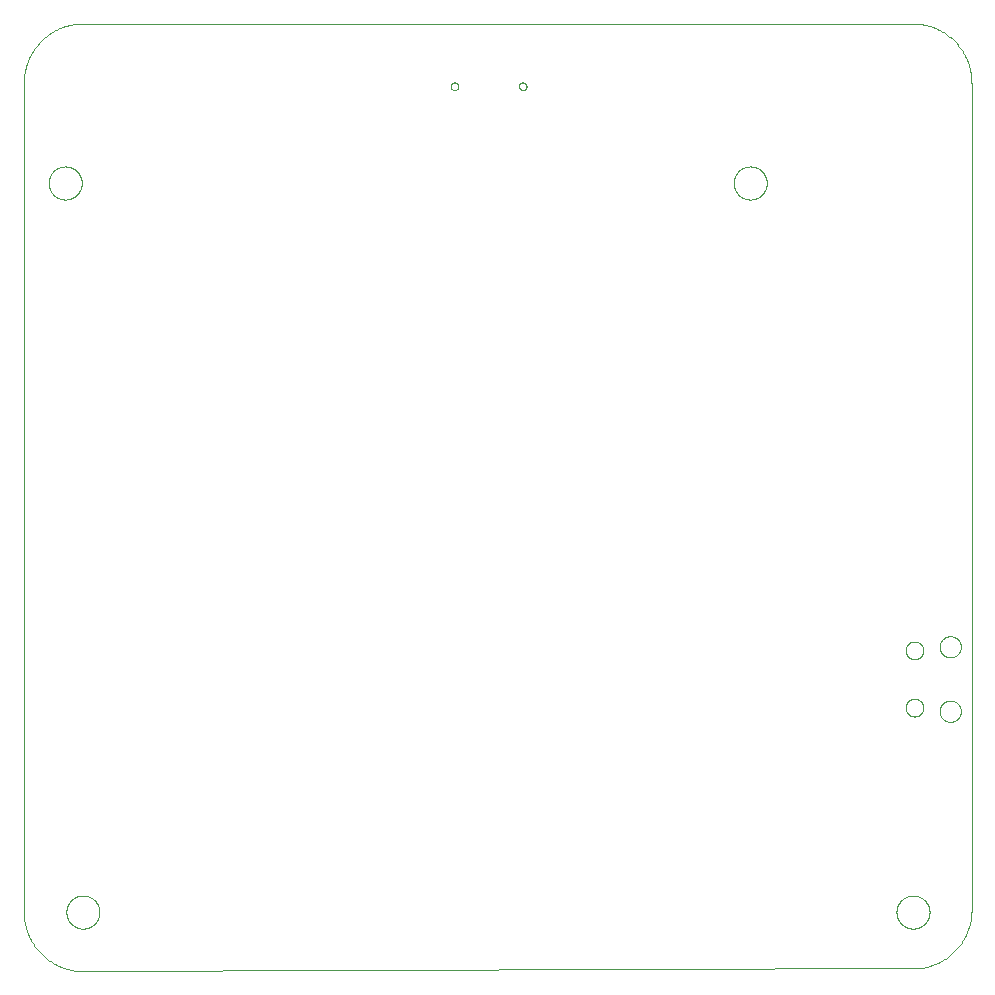
<source format=gko>
G75*
%MOIN*%
%OFA0B0*%
%FSLAX25Y25*%
%IPPOS*%
%LPD*%
%AMOC8*
5,1,8,0,0,1.08239X$1,22.5*
%
%ADD10C,0.00000*%
%ADD11C,0.00100*%
D10*
X0056708Y0022313D02*
X0056710Y0022461D01*
X0056716Y0022609D01*
X0056726Y0022757D01*
X0056740Y0022904D01*
X0056758Y0023051D01*
X0056779Y0023197D01*
X0056805Y0023343D01*
X0056835Y0023488D01*
X0056868Y0023632D01*
X0056906Y0023775D01*
X0056947Y0023917D01*
X0056992Y0024058D01*
X0057040Y0024198D01*
X0057093Y0024337D01*
X0057149Y0024474D01*
X0057209Y0024609D01*
X0057272Y0024743D01*
X0057339Y0024875D01*
X0057410Y0025005D01*
X0057484Y0025133D01*
X0057561Y0025259D01*
X0057642Y0025383D01*
X0057726Y0025505D01*
X0057813Y0025624D01*
X0057904Y0025741D01*
X0057998Y0025856D01*
X0058094Y0025968D01*
X0058194Y0026078D01*
X0058296Y0026184D01*
X0058402Y0026288D01*
X0058510Y0026389D01*
X0058621Y0026487D01*
X0058734Y0026583D01*
X0058850Y0026675D01*
X0058968Y0026764D01*
X0059089Y0026849D01*
X0059212Y0026932D01*
X0059337Y0027011D01*
X0059464Y0027087D01*
X0059593Y0027159D01*
X0059724Y0027228D01*
X0059857Y0027293D01*
X0059992Y0027354D01*
X0060128Y0027412D01*
X0060265Y0027467D01*
X0060404Y0027517D01*
X0060545Y0027564D01*
X0060686Y0027607D01*
X0060829Y0027647D01*
X0060973Y0027682D01*
X0061117Y0027714D01*
X0061263Y0027741D01*
X0061409Y0027765D01*
X0061556Y0027785D01*
X0061703Y0027801D01*
X0061850Y0027813D01*
X0061998Y0027821D01*
X0062146Y0027825D01*
X0062294Y0027825D01*
X0062442Y0027821D01*
X0062590Y0027813D01*
X0062737Y0027801D01*
X0062884Y0027785D01*
X0063031Y0027765D01*
X0063177Y0027741D01*
X0063323Y0027714D01*
X0063467Y0027682D01*
X0063611Y0027647D01*
X0063754Y0027607D01*
X0063895Y0027564D01*
X0064036Y0027517D01*
X0064175Y0027467D01*
X0064312Y0027412D01*
X0064448Y0027354D01*
X0064583Y0027293D01*
X0064716Y0027228D01*
X0064847Y0027159D01*
X0064976Y0027087D01*
X0065103Y0027011D01*
X0065228Y0026932D01*
X0065351Y0026849D01*
X0065472Y0026764D01*
X0065590Y0026675D01*
X0065706Y0026583D01*
X0065819Y0026487D01*
X0065930Y0026389D01*
X0066038Y0026288D01*
X0066144Y0026184D01*
X0066246Y0026078D01*
X0066346Y0025968D01*
X0066442Y0025856D01*
X0066536Y0025741D01*
X0066627Y0025624D01*
X0066714Y0025505D01*
X0066798Y0025383D01*
X0066879Y0025259D01*
X0066956Y0025133D01*
X0067030Y0025005D01*
X0067101Y0024875D01*
X0067168Y0024743D01*
X0067231Y0024609D01*
X0067291Y0024474D01*
X0067347Y0024337D01*
X0067400Y0024198D01*
X0067448Y0024058D01*
X0067493Y0023917D01*
X0067534Y0023775D01*
X0067572Y0023632D01*
X0067605Y0023488D01*
X0067635Y0023343D01*
X0067661Y0023197D01*
X0067682Y0023051D01*
X0067700Y0022904D01*
X0067714Y0022757D01*
X0067724Y0022609D01*
X0067730Y0022461D01*
X0067732Y0022313D01*
X0067730Y0022165D01*
X0067724Y0022017D01*
X0067714Y0021869D01*
X0067700Y0021722D01*
X0067682Y0021575D01*
X0067661Y0021429D01*
X0067635Y0021283D01*
X0067605Y0021138D01*
X0067572Y0020994D01*
X0067534Y0020851D01*
X0067493Y0020709D01*
X0067448Y0020568D01*
X0067400Y0020428D01*
X0067347Y0020289D01*
X0067291Y0020152D01*
X0067231Y0020017D01*
X0067168Y0019883D01*
X0067101Y0019751D01*
X0067030Y0019621D01*
X0066956Y0019493D01*
X0066879Y0019367D01*
X0066798Y0019243D01*
X0066714Y0019121D01*
X0066627Y0019002D01*
X0066536Y0018885D01*
X0066442Y0018770D01*
X0066346Y0018658D01*
X0066246Y0018548D01*
X0066144Y0018442D01*
X0066038Y0018338D01*
X0065930Y0018237D01*
X0065819Y0018139D01*
X0065706Y0018043D01*
X0065590Y0017951D01*
X0065472Y0017862D01*
X0065351Y0017777D01*
X0065228Y0017694D01*
X0065103Y0017615D01*
X0064976Y0017539D01*
X0064847Y0017467D01*
X0064716Y0017398D01*
X0064583Y0017333D01*
X0064448Y0017272D01*
X0064312Y0017214D01*
X0064175Y0017159D01*
X0064036Y0017109D01*
X0063895Y0017062D01*
X0063754Y0017019D01*
X0063611Y0016979D01*
X0063467Y0016944D01*
X0063323Y0016912D01*
X0063177Y0016885D01*
X0063031Y0016861D01*
X0062884Y0016841D01*
X0062737Y0016825D01*
X0062590Y0016813D01*
X0062442Y0016805D01*
X0062294Y0016801D01*
X0062146Y0016801D01*
X0061998Y0016805D01*
X0061850Y0016813D01*
X0061703Y0016825D01*
X0061556Y0016841D01*
X0061409Y0016861D01*
X0061263Y0016885D01*
X0061117Y0016912D01*
X0060973Y0016944D01*
X0060829Y0016979D01*
X0060686Y0017019D01*
X0060545Y0017062D01*
X0060404Y0017109D01*
X0060265Y0017159D01*
X0060128Y0017214D01*
X0059992Y0017272D01*
X0059857Y0017333D01*
X0059724Y0017398D01*
X0059593Y0017467D01*
X0059464Y0017539D01*
X0059337Y0017615D01*
X0059212Y0017694D01*
X0059089Y0017777D01*
X0058968Y0017862D01*
X0058850Y0017951D01*
X0058734Y0018043D01*
X0058621Y0018139D01*
X0058510Y0018237D01*
X0058402Y0018338D01*
X0058296Y0018442D01*
X0058194Y0018548D01*
X0058094Y0018658D01*
X0057998Y0018770D01*
X0057904Y0018885D01*
X0057813Y0019002D01*
X0057726Y0019121D01*
X0057642Y0019243D01*
X0057561Y0019367D01*
X0057484Y0019493D01*
X0057410Y0019621D01*
X0057339Y0019751D01*
X0057272Y0019883D01*
X0057209Y0020017D01*
X0057149Y0020152D01*
X0057093Y0020289D01*
X0057040Y0020428D01*
X0056992Y0020568D01*
X0056947Y0020709D01*
X0056906Y0020851D01*
X0056868Y0020994D01*
X0056835Y0021138D01*
X0056805Y0021283D01*
X0056779Y0021429D01*
X0056758Y0021575D01*
X0056740Y0021722D01*
X0056726Y0021869D01*
X0056716Y0022017D01*
X0056710Y0022165D01*
X0056708Y0022313D01*
X0050802Y0265336D02*
X0050804Y0265484D01*
X0050810Y0265632D01*
X0050820Y0265780D01*
X0050834Y0265927D01*
X0050852Y0266074D01*
X0050873Y0266220D01*
X0050899Y0266366D01*
X0050929Y0266511D01*
X0050962Y0266655D01*
X0051000Y0266798D01*
X0051041Y0266940D01*
X0051086Y0267081D01*
X0051134Y0267221D01*
X0051187Y0267360D01*
X0051243Y0267497D01*
X0051303Y0267632D01*
X0051366Y0267766D01*
X0051433Y0267898D01*
X0051504Y0268028D01*
X0051578Y0268156D01*
X0051655Y0268282D01*
X0051736Y0268406D01*
X0051820Y0268528D01*
X0051907Y0268647D01*
X0051998Y0268764D01*
X0052092Y0268879D01*
X0052188Y0268991D01*
X0052288Y0269101D01*
X0052390Y0269207D01*
X0052496Y0269311D01*
X0052604Y0269412D01*
X0052715Y0269510D01*
X0052828Y0269606D01*
X0052944Y0269698D01*
X0053062Y0269787D01*
X0053183Y0269872D01*
X0053306Y0269955D01*
X0053431Y0270034D01*
X0053558Y0270110D01*
X0053687Y0270182D01*
X0053818Y0270251D01*
X0053951Y0270316D01*
X0054086Y0270377D01*
X0054222Y0270435D01*
X0054359Y0270490D01*
X0054498Y0270540D01*
X0054639Y0270587D01*
X0054780Y0270630D01*
X0054923Y0270670D01*
X0055067Y0270705D01*
X0055211Y0270737D01*
X0055357Y0270764D01*
X0055503Y0270788D01*
X0055650Y0270808D01*
X0055797Y0270824D01*
X0055944Y0270836D01*
X0056092Y0270844D01*
X0056240Y0270848D01*
X0056388Y0270848D01*
X0056536Y0270844D01*
X0056684Y0270836D01*
X0056831Y0270824D01*
X0056978Y0270808D01*
X0057125Y0270788D01*
X0057271Y0270764D01*
X0057417Y0270737D01*
X0057561Y0270705D01*
X0057705Y0270670D01*
X0057848Y0270630D01*
X0057989Y0270587D01*
X0058130Y0270540D01*
X0058269Y0270490D01*
X0058406Y0270435D01*
X0058542Y0270377D01*
X0058677Y0270316D01*
X0058810Y0270251D01*
X0058941Y0270182D01*
X0059070Y0270110D01*
X0059197Y0270034D01*
X0059322Y0269955D01*
X0059445Y0269872D01*
X0059566Y0269787D01*
X0059684Y0269698D01*
X0059800Y0269606D01*
X0059913Y0269510D01*
X0060024Y0269412D01*
X0060132Y0269311D01*
X0060238Y0269207D01*
X0060340Y0269101D01*
X0060440Y0268991D01*
X0060536Y0268879D01*
X0060630Y0268764D01*
X0060721Y0268647D01*
X0060808Y0268528D01*
X0060892Y0268406D01*
X0060973Y0268282D01*
X0061050Y0268156D01*
X0061124Y0268028D01*
X0061195Y0267898D01*
X0061262Y0267766D01*
X0061325Y0267632D01*
X0061385Y0267497D01*
X0061441Y0267360D01*
X0061494Y0267221D01*
X0061542Y0267081D01*
X0061587Y0266940D01*
X0061628Y0266798D01*
X0061666Y0266655D01*
X0061699Y0266511D01*
X0061729Y0266366D01*
X0061755Y0266220D01*
X0061776Y0266074D01*
X0061794Y0265927D01*
X0061808Y0265780D01*
X0061818Y0265632D01*
X0061824Y0265484D01*
X0061826Y0265336D01*
X0061824Y0265188D01*
X0061818Y0265040D01*
X0061808Y0264892D01*
X0061794Y0264745D01*
X0061776Y0264598D01*
X0061755Y0264452D01*
X0061729Y0264306D01*
X0061699Y0264161D01*
X0061666Y0264017D01*
X0061628Y0263874D01*
X0061587Y0263732D01*
X0061542Y0263591D01*
X0061494Y0263451D01*
X0061441Y0263312D01*
X0061385Y0263175D01*
X0061325Y0263040D01*
X0061262Y0262906D01*
X0061195Y0262774D01*
X0061124Y0262644D01*
X0061050Y0262516D01*
X0060973Y0262390D01*
X0060892Y0262266D01*
X0060808Y0262144D01*
X0060721Y0262025D01*
X0060630Y0261908D01*
X0060536Y0261793D01*
X0060440Y0261681D01*
X0060340Y0261571D01*
X0060238Y0261465D01*
X0060132Y0261361D01*
X0060024Y0261260D01*
X0059913Y0261162D01*
X0059800Y0261066D01*
X0059684Y0260974D01*
X0059566Y0260885D01*
X0059445Y0260800D01*
X0059322Y0260717D01*
X0059197Y0260638D01*
X0059070Y0260562D01*
X0058941Y0260490D01*
X0058810Y0260421D01*
X0058677Y0260356D01*
X0058542Y0260295D01*
X0058406Y0260237D01*
X0058269Y0260182D01*
X0058130Y0260132D01*
X0057989Y0260085D01*
X0057848Y0260042D01*
X0057705Y0260002D01*
X0057561Y0259967D01*
X0057417Y0259935D01*
X0057271Y0259908D01*
X0057125Y0259884D01*
X0056978Y0259864D01*
X0056831Y0259848D01*
X0056684Y0259836D01*
X0056536Y0259828D01*
X0056388Y0259824D01*
X0056240Y0259824D01*
X0056092Y0259828D01*
X0055944Y0259836D01*
X0055797Y0259848D01*
X0055650Y0259864D01*
X0055503Y0259884D01*
X0055357Y0259908D01*
X0055211Y0259935D01*
X0055067Y0259967D01*
X0054923Y0260002D01*
X0054780Y0260042D01*
X0054639Y0260085D01*
X0054498Y0260132D01*
X0054359Y0260182D01*
X0054222Y0260237D01*
X0054086Y0260295D01*
X0053951Y0260356D01*
X0053818Y0260421D01*
X0053687Y0260490D01*
X0053558Y0260562D01*
X0053431Y0260638D01*
X0053306Y0260717D01*
X0053183Y0260800D01*
X0053062Y0260885D01*
X0052944Y0260974D01*
X0052828Y0261066D01*
X0052715Y0261162D01*
X0052604Y0261260D01*
X0052496Y0261361D01*
X0052390Y0261465D01*
X0052288Y0261571D01*
X0052188Y0261681D01*
X0052092Y0261793D01*
X0051998Y0261908D01*
X0051907Y0262025D01*
X0051820Y0262144D01*
X0051736Y0262266D01*
X0051655Y0262390D01*
X0051578Y0262516D01*
X0051504Y0262644D01*
X0051433Y0262774D01*
X0051366Y0262906D01*
X0051303Y0263040D01*
X0051243Y0263175D01*
X0051187Y0263312D01*
X0051134Y0263451D01*
X0051086Y0263591D01*
X0051041Y0263732D01*
X0051000Y0263874D01*
X0050962Y0264017D01*
X0050929Y0264161D01*
X0050899Y0264306D01*
X0050873Y0264452D01*
X0050852Y0264598D01*
X0050834Y0264745D01*
X0050820Y0264892D01*
X0050810Y0265040D01*
X0050804Y0265188D01*
X0050802Y0265336D01*
X0184777Y0297589D02*
X0184779Y0297660D01*
X0184785Y0297731D01*
X0184795Y0297802D01*
X0184809Y0297871D01*
X0184826Y0297940D01*
X0184848Y0298008D01*
X0184873Y0298075D01*
X0184902Y0298140D01*
X0184934Y0298203D01*
X0184970Y0298265D01*
X0185009Y0298324D01*
X0185052Y0298381D01*
X0185097Y0298436D01*
X0185146Y0298488D01*
X0185197Y0298537D01*
X0185251Y0298583D01*
X0185308Y0298627D01*
X0185366Y0298667D01*
X0185427Y0298703D01*
X0185490Y0298737D01*
X0185555Y0298766D01*
X0185621Y0298792D01*
X0185689Y0298815D01*
X0185757Y0298833D01*
X0185827Y0298848D01*
X0185897Y0298859D01*
X0185968Y0298866D01*
X0186039Y0298869D01*
X0186110Y0298868D01*
X0186181Y0298863D01*
X0186252Y0298854D01*
X0186322Y0298841D01*
X0186391Y0298825D01*
X0186459Y0298804D01*
X0186526Y0298780D01*
X0186592Y0298752D01*
X0186655Y0298720D01*
X0186717Y0298685D01*
X0186777Y0298647D01*
X0186835Y0298605D01*
X0186890Y0298561D01*
X0186943Y0298513D01*
X0186993Y0298462D01*
X0187040Y0298409D01*
X0187084Y0298353D01*
X0187125Y0298295D01*
X0187163Y0298234D01*
X0187197Y0298172D01*
X0187227Y0298107D01*
X0187254Y0298042D01*
X0187278Y0297974D01*
X0187297Y0297906D01*
X0187313Y0297837D01*
X0187325Y0297766D01*
X0187333Y0297696D01*
X0187337Y0297625D01*
X0187337Y0297553D01*
X0187333Y0297482D01*
X0187325Y0297412D01*
X0187313Y0297341D01*
X0187297Y0297272D01*
X0187278Y0297204D01*
X0187254Y0297136D01*
X0187227Y0297071D01*
X0187197Y0297006D01*
X0187163Y0296944D01*
X0187125Y0296883D01*
X0187084Y0296825D01*
X0187040Y0296769D01*
X0186993Y0296716D01*
X0186943Y0296665D01*
X0186890Y0296617D01*
X0186835Y0296573D01*
X0186777Y0296531D01*
X0186717Y0296493D01*
X0186655Y0296458D01*
X0186592Y0296426D01*
X0186526Y0296398D01*
X0186459Y0296374D01*
X0186391Y0296353D01*
X0186322Y0296337D01*
X0186252Y0296324D01*
X0186181Y0296315D01*
X0186110Y0296310D01*
X0186039Y0296309D01*
X0185968Y0296312D01*
X0185897Y0296319D01*
X0185827Y0296330D01*
X0185757Y0296345D01*
X0185689Y0296363D01*
X0185621Y0296386D01*
X0185555Y0296412D01*
X0185490Y0296441D01*
X0185427Y0296475D01*
X0185366Y0296511D01*
X0185308Y0296551D01*
X0185251Y0296595D01*
X0185197Y0296641D01*
X0185146Y0296690D01*
X0185097Y0296742D01*
X0185052Y0296797D01*
X0185009Y0296854D01*
X0184970Y0296913D01*
X0184934Y0296975D01*
X0184902Y0297038D01*
X0184873Y0297103D01*
X0184848Y0297170D01*
X0184826Y0297238D01*
X0184809Y0297307D01*
X0184795Y0297376D01*
X0184785Y0297447D01*
X0184779Y0297518D01*
X0184777Y0297589D01*
X0207533Y0297589D02*
X0207535Y0297660D01*
X0207541Y0297731D01*
X0207551Y0297802D01*
X0207565Y0297871D01*
X0207582Y0297940D01*
X0207604Y0298008D01*
X0207629Y0298075D01*
X0207658Y0298140D01*
X0207690Y0298203D01*
X0207726Y0298265D01*
X0207765Y0298324D01*
X0207808Y0298381D01*
X0207853Y0298436D01*
X0207902Y0298488D01*
X0207953Y0298537D01*
X0208007Y0298583D01*
X0208064Y0298627D01*
X0208122Y0298667D01*
X0208183Y0298703D01*
X0208246Y0298737D01*
X0208311Y0298766D01*
X0208377Y0298792D01*
X0208445Y0298815D01*
X0208513Y0298833D01*
X0208583Y0298848D01*
X0208653Y0298859D01*
X0208724Y0298866D01*
X0208795Y0298869D01*
X0208866Y0298868D01*
X0208937Y0298863D01*
X0209008Y0298854D01*
X0209078Y0298841D01*
X0209147Y0298825D01*
X0209215Y0298804D01*
X0209282Y0298780D01*
X0209348Y0298752D01*
X0209411Y0298720D01*
X0209473Y0298685D01*
X0209533Y0298647D01*
X0209591Y0298605D01*
X0209646Y0298561D01*
X0209699Y0298513D01*
X0209749Y0298462D01*
X0209796Y0298409D01*
X0209840Y0298353D01*
X0209881Y0298295D01*
X0209919Y0298234D01*
X0209953Y0298172D01*
X0209983Y0298107D01*
X0210010Y0298042D01*
X0210034Y0297974D01*
X0210053Y0297906D01*
X0210069Y0297837D01*
X0210081Y0297766D01*
X0210089Y0297696D01*
X0210093Y0297625D01*
X0210093Y0297553D01*
X0210089Y0297482D01*
X0210081Y0297412D01*
X0210069Y0297341D01*
X0210053Y0297272D01*
X0210034Y0297204D01*
X0210010Y0297136D01*
X0209983Y0297071D01*
X0209953Y0297006D01*
X0209919Y0296944D01*
X0209881Y0296883D01*
X0209840Y0296825D01*
X0209796Y0296769D01*
X0209749Y0296716D01*
X0209699Y0296665D01*
X0209646Y0296617D01*
X0209591Y0296573D01*
X0209533Y0296531D01*
X0209473Y0296493D01*
X0209411Y0296458D01*
X0209348Y0296426D01*
X0209282Y0296398D01*
X0209215Y0296374D01*
X0209147Y0296353D01*
X0209078Y0296337D01*
X0209008Y0296324D01*
X0208937Y0296315D01*
X0208866Y0296310D01*
X0208795Y0296309D01*
X0208724Y0296312D01*
X0208653Y0296319D01*
X0208583Y0296330D01*
X0208513Y0296345D01*
X0208445Y0296363D01*
X0208377Y0296386D01*
X0208311Y0296412D01*
X0208246Y0296441D01*
X0208183Y0296475D01*
X0208122Y0296511D01*
X0208064Y0296551D01*
X0208007Y0296595D01*
X0207953Y0296641D01*
X0207902Y0296690D01*
X0207853Y0296742D01*
X0207808Y0296797D01*
X0207765Y0296854D01*
X0207726Y0296913D01*
X0207690Y0296975D01*
X0207658Y0297038D01*
X0207629Y0297103D01*
X0207604Y0297170D01*
X0207582Y0297238D01*
X0207565Y0297307D01*
X0207551Y0297376D01*
X0207541Y0297447D01*
X0207535Y0297518D01*
X0207533Y0297589D01*
X0279149Y0265336D02*
X0279151Y0265484D01*
X0279157Y0265632D01*
X0279167Y0265780D01*
X0279181Y0265927D01*
X0279199Y0266074D01*
X0279220Y0266220D01*
X0279246Y0266366D01*
X0279276Y0266511D01*
X0279309Y0266655D01*
X0279347Y0266798D01*
X0279388Y0266940D01*
X0279433Y0267081D01*
X0279481Y0267221D01*
X0279534Y0267360D01*
X0279590Y0267497D01*
X0279650Y0267632D01*
X0279713Y0267766D01*
X0279780Y0267898D01*
X0279851Y0268028D01*
X0279925Y0268156D01*
X0280002Y0268282D01*
X0280083Y0268406D01*
X0280167Y0268528D01*
X0280254Y0268647D01*
X0280345Y0268764D01*
X0280439Y0268879D01*
X0280535Y0268991D01*
X0280635Y0269101D01*
X0280737Y0269207D01*
X0280843Y0269311D01*
X0280951Y0269412D01*
X0281062Y0269510D01*
X0281175Y0269606D01*
X0281291Y0269698D01*
X0281409Y0269787D01*
X0281530Y0269872D01*
X0281653Y0269955D01*
X0281778Y0270034D01*
X0281905Y0270110D01*
X0282034Y0270182D01*
X0282165Y0270251D01*
X0282298Y0270316D01*
X0282433Y0270377D01*
X0282569Y0270435D01*
X0282706Y0270490D01*
X0282845Y0270540D01*
X0282986Y0270587D01*
X0283127Y0270630D01*
X0283270Y0270670D01*
X0283414Y0270705D01*
X0283558Y0270737D01*
X0283704Y0270764D01*
X0283850Y0270788D01*
X0283997Y0270808D01*
X0284144Y0270824D01*
X0284291Y0270836D01*
X0284439Y0270844D01*
X0284587Y0270848D01*
X0284735Y0270848D01*
X0284883Y0270844D01*
X0285031Y0270836D01*
X0285178Y0270824D01*
X0285325Y0270808D01*
X0285472Y0270788D01*
X0285618Y0270764D01*
X0285764Y0270737D01*
X0285908Y0270705D01*
X0286052Y0270670D01*
X0286195Y0270630D01*
X0286336Y0270587D01*
X0286477Y0270540D01*
X0286616Y0270490D01*
X0286753Y0270435D01*
X0286889Y0270377D01*
X0287024Y0270316D01*
X0287157Y0270251D01*
X0287288Y0270182D01*
X0287417Y0270110D01*
X0287544Y0270034D01*
X0287669Y0269955D01*
X0287792Y0269872D01*
X0287913Y0269787D01*
X0288031Y0269698D01*
X0288147Y0269606D01*
X0288260Y0269510D01*
X0288371Y0269412D01*
X0288479Y0269311D01*
X0288585Y0269207D01*
X0288687Y0269101D01*
X0288787Y0268991D01*
X0288883Y0268879D01*
X0288977Y0268764D01*
X0289068Y0268647D01*
X0289155Y0268528D01*
X0289239Y0268406D01*
X0289320Y0268282D01*
X0289397Y0268156D01*
X0289471Y0268028D01*
X0289542Y0267898D01*
X0289609Y0267766D01*
X0289672Y0267632D01*
X0289732Y0267497D01*
X0289788Y0267360D01*
X0289841Y0267221D01*
X0289889Y0267081D01*
X0289934Y0266940D01*
X0289975Y0266798D01*
X0290013Y0266655D01*
X0290046Y0266511D01*
X0290076Y0266366D01*
X0290102Y0266220D01*
X0290123Y0266074D01*
X0290141Y0265927D01*
X0290155Y0265780D01*
X0290165Y0265632D01*
X0290171Y0265484D01*
X0290173Y0265336D01*
X0290171Y0265188D01*
X0290165Y0265040D01*
X0290155Y0264892D01*
X0290141Y0264745D01*
X0290123Y0264598D01*
X0290102Y0264452D01*
X0290076Y0264306D01*
X0290046Y0264161D01*
X0290013Y0264017D01*
X0289975Y0263874D01*
X0289934Y0263732D01*
X0289889Y0263591D01*
X0289841Y0263451D01*
X0289788Y0263312D01*
X0289732Y0263175D01*
X0289672Y0263040D01*
X0289609Y0262906D01*
X0289542Y0262774D01*
X0289471Y0262644D01*
X0289397Y0262516D01*
X0289320Y0262390D01*
X0289239Y0262266D01*
X0289155Y0262144D01*
X0289068Y0262025D01*
X0288977Y0261908D01*
X0288883Y0261793D01*
X0288787Y0261681D01*
X0288687Y0261571D01*
X0288585Y0261465D01*
X0288479Y0261361D01*
X0288371Y0261260D01*
X0288260Y0261162D01*
X0288147Y0261066D01*
X0288031Y0260974D01*
X0287913Y0260885D01*
X0287792Y0260800D01*
X0287669Y0260717D01*
X0287544Y0260638D01*
X0287417Y0260562D01*
X0287288Y0260490D01*
X0287157Y0260421D01*
X0287024Y0260356D01*
X0286889Y0260295D01*
X0286753Y0260237D01*
X0286616Y0260182D01*
X0286477Y0260132D01*
X0286336Y0260085D01*
X0286195Y0260042D01*
X0286052Y0260002D01*
X0285908Y0259967D01*
X0285764Y0259935D01*
X0285618Y0259908D01*
X0285472Y0259884D01*
X0285325Y0259864D01*
X0285178Y0259848D01*
X0285031Y0259836D01*
X0284883Y0259828D01*
X0284735Y0259824D01*
X0284587Y0259824D01*
X0284439Y0259828D01*
X0284291Y0259836D01*
X0284144Y0259848D01*
X0283997Y0259864D01*
X0283850Y0259884D01*
X0283704Y0259908D01*
X0283558Y0259935D01*
X0283414Y0259967D01*
X0283270Y0260002D01*
X0283127Y0260042D01*
X0282986Y0260085D01*
X0282845Y0260132D01*
X0282706Y0260182D01*
X0282569Y0260237D01*
X0282433Y0260295D01*
X0282298Y0260356D01*
X0282165Y0260421D01*
X0282034Y0260490D01*
X0281905Y0260562D01*
X0281778Y0260638D01*
X0281653Y0260717D01*
X0281530Y0260800D01*
X0281409Y0260885D01*
X0281291Y0260974D01*
X0281175Y0261066D01*
X0281062Y0261162D01*
X0280951Y0261260D01*
X0280843Y0261361D01*
X0280737Y0261465D01*
X0280635Y0261571D01*
X0280535Y0261681D01*
X0280439Y0261793D01*
X0280345Y0261908D01*
X0280254Y0262025D01*
X0280167Y0262144D01*
X0280083Y0262266D01*
X0280002Y0262390D01*
X0279925Y0262516D01*
X0279851Y0262644D01*
X0279780Y0262774D01*
X0279713Y0262906D01*
X0279650Y0263040D01*
X0279590Y0263175D01*
X0279534Y0263312D01*
X0279481Y0263451D01*
X0279433Y0263591D01*
X0279388Y0263732D01*
X0279347Y0263874D01*
X0279309Y0264017D01*
X0279276Y0264161D01*
X0279246Y0264306D01*
X0279220Y0264452D01*
X0279199Y0264598D01*
X0279181Y0264745D01*
X0279167Y0264892D01*
X0279157Y0265040D01*
X0279151Y0265188D01*
X0279149Y0265336D01*
X0336441Y0109547D02*
X0336443Y0109655D01*
X0336449Y0109764D01*
X0336459Y0109872D01*
X0336473Y0109979D01*
X0336491Y0110086D01*
X0336512Y0110193D01*
X0336538Y0110298D01*
X0336568Y0110403D01*
X0336601Y0110506D01*
X0336638Y0110608D01*
X0336679Y0110708D01*
X0336723Y0110807D01*
X0336772Y0110905D01*
X0336823Y0111000D01*
X0336878Y0111093D01*
X0336937Y0111185D01*
X0336999Y0111274D01*
X0337064Y0111361D01*
X0337132Y0111445D01*
X0337203Y0111527D01*
X0337277Y0111606D01*
X0337354Y0111682D01*
X0337434Y0111756D01*
X0337517Y0111826D01*
X0337602Y0111894D01*
X0337689Y0111958D01*
X0337779Y0112019D01*
X0337871Y0112077D01*
X0337965Y0112131D01*
X0338061Y0112182D01*
X0338158Y0112229D01*
X0338258Y0112273D01*
X0338359Y0112313D01*
X0338461Y0112349D01*
X0338564Y0112381D01*
X0338669Y0112410D01*
X0338775Y0112434D01*
X0338881Y0112455D01*
X0338988Y0112472D01*
X0339096Y0112485D01*
X0339204Y0112494D01*
X0339313Y0112499D01*
X0339421Y0112500D01*
X0339530Y0112497D01*
X0339638Y0112490D01*
X0339746Y0112479D01*
X0339853Y0112464D01*
X0339960Y0112445D01*
X0340066Y0112422D01*
X0340171Y0112396D01*
X0340276Y0112365D01*
X0340378Y0112331D01*
X0340480Y0112293D01*
X0340580Y0112251D01*
X0340679Y0112206D01*
X0340776Y0112157D01*
X0340870Y0112104D01*
X0340963Y0112048D01*
X0341054Y0111989D01*
X0341143Y0111926D01*
X0341229Y0111861D01*
X0341313Y0111792D01*
X0341394Y0111720D01*
X0341472Y0111645D01*
X0341548Y0111567D01*
X0341621Y0111486D01*
X0341691Y0111403D01*
X0341757Y0111318D01*
X0341821Y0111230D01*
X0341881Y0111139D01*
X0341938Y0111047D01*
X0341991Y0110952D01*
X0342041Y0110856D01*
X0342087Y0110758D01*
X0342130Y0110658D01*
X0342169Y0110557D01*
X0342204Y0110454D01*
X0342236Y0110351D01*
X0342263Y0110246D01*
X0342287Y0110140D01*
X0342307Y0110033D01*
X0342323Y0109926D01*
X0342335Y0109818D01*
X0342343Y0109710D01*
X0342347Y0109601D01*
X0342347Y0109493D01*
X0342343Y0109384D01*
X0342335Y0109276D01*
X0342323Y0109168D01*
X0342307Y0109061D01*
X0342287Y0108954D01*
X0342263Y0108848D01*
X0342236Y0108743D01*
X0342204Y0108640D01*
X0342169Y0108537D01*
X0342130Y0108436D01*
X0342087Y0108336D01*
X0342041Y0108238D01*
X0341991Y0108142D01*
X0341938Y0108047D01*
X0341881Y0107955D01*
X0341821Y0107864D01*
X0341757Y0107776D01*
X0341691Y0107691D01*
X0341621Y0107608D01*
X0341548Y0107527D01*
X0341472Y0107449D01*
X0341394Y0107374D01*
X0341313Y0107302D01*
X0341229Y0107233D01*
X0341143Y0107168D01*
X0341054Y0107105D01*
X0340963Y0107046D01*
X0340871Y0106990D01*
X0340776Y0106937D01*
X0340679Y0106888D01*
X0340580Y0106843D01*
X0340480Y0106801D01*
X0340378Y0106763D01*
X0340276Y0106729D01*
X0340171Y0106698D01*
X0340066Y0106672D01*
X0339960Y0106649D01*
X0339853Y0106630D01*
X0339746Y0106615D01*
X0339638Y0106604D01*
X0339530Y0106597D01*
X0339421Y0106594D01*
X0339313Y0106595D01*
X0339204Y0106600D01*
X0339096Y0106609D01*
X0338988Y0106622D01*
X0338881Y0106639D01*
X0338775Y0106660D01*
X0338669Y0106684D01*
X0338564Y0106713D01*
X0338461Y0106745D01*
X0338359Y0106781D01*
X0338258Y0106821D01*
X0338158Y0106865D01*
X0338061Y0106912D01*
X0337965Y0106963D01*
X0337871Y0107017D01*
X0337779Y0107075D01*
X0337689Y0107136D01*
X0337602Y0107200D01*
X0337517Y0107268D01*
X0337434Y0107338D01*
X0337354Y0107412D01*
X0337277Y0107488D01*
X0337203Y0107567D01*
X0337132Y0107649D01*
X0337064Y0107733D01*
X0336999Y0107820D01*
X0336937Y0107909D01*
X0336878Y0108001D01*
X0336823Y0108094D01*
X0336772Y0108189D01*
X0336723Y0108287D01*
X0336679Y0108386D01*
X0336638Y0108486D01*
X0336601Y0108588D01*
X0336568Y0108691D01*
X0336538Y0108796D01*
X0336512Y0108901D01*
X0336491Y0109008D01*
X0336473Y0109115D01*
X0336459Y0109222D01*
X0336449Y0109330D01*
X0336443Y0109439D01*
X0336441Y0109547D01*
X0347780Y0110728D02*
X0347782Y0110846D01*
X0347788Y0110965D01*
X0347798Y0111083D01*
X0347812Y0111200D01*
X0347829Y0111317D01*
X0347851Y0111434D01*
X0347877Y0111549D01*
X0347906Y0111664D01*
X0347939Y0111778D01*
X0347976Y0111890D01*
X0348017Y0112001D01*
X0348061Y0112111D01*
X0348109Y0112219D01*
X0348161Y0112326D01*
X0348216Y0112431D01*
X0348275Y0112534D01*
X0348337Y0112634D01*
X0348402Y0112733D01*
X0348471Y0112830D01*
X0348542Y0112924D01*
X0348617Y0113015D01*
X0348695Y0113105D01*
X0348776Y0113191D01*
X0348860Y0113275D01*
X0348946Y0113356D01*
X0349036Y0113434D01*
X0349127Y0113509D01*
X0349221Y0113580D01*
X0349318Y0113649D01*
X0349417Y0113714D01*
X0349517Y0113776D01*
X0349620Y0113835D01*
X0349725Y0113890D01*
X0349832Y0113942D01*
X0349940Y0113990D01*
X0350050Y0114034D01*
X0350161Y0114075D01*
X0350273Y0114112D01*
X0350387Y0114145D01*
X0350502Y0114174D01*
X0350617Y0114200D01*
X0350734Y0114222D01*
X0350851Y0114239D01*
X0350968Y0114253D01*
X0351086Y0114263D01*
X0351205Y0114269D01*
X0351323Y0114271D01*
X0351441Y0114269D01*
X0351560Y0114263D01*
X0351678Y0114253D01*
X0351795Y0114239D01*
X0351912Y0114222D01*
X0352029Y0114200D01*
X0352144Y0114174D01*
X0352259Y0114145D01*
X0352373Y0114112D01*
X0352485Y0114075D01*
X0352596Y0114034D01*
X0352706Y0113990D01*
X0352814Y0113942D01*
X0352921Y0113890D01*
X0353026Y0113835D01*
X0353129Y0113776D01*
X0353229Y0113714D01*
X0353328Y0113649D01*
X0353425Y0113580D01*
X0353519Y0113509D01*
X0353610Y0113434D01*
X0353700Y0113356D01*
X0353786Y0113275D01*
X0353870Y0113191D01*
X0353951Y0113105D01*
X0354029Y0113015D01*
X0354104Y0112924D01*
X0354175Y0112830D01*
X0354244Y0112733D01*
X0354309Y0112634D01*
X0354371Y0112534D01*
X0354430Y0112431D01*
X0354485Y0112326D01*
X0354537Y0112219D01*
X0354585Y0112111D01*
X0354629Y0112001D01*
X0354670Y0111890D01*
X0354707Y0111778D01*
X0354740Y0111664D01*
X0354769Y0111549D01*
X0354795Y0111434D01*
X0354817Y0111317D01*
X0354834Y0111200D01*
X0354848Y0111083D01*
X0354858Y0110965D01*
X0354864Y0110846D01*
X0354866Y0110728D01*
X0354864Y0110610D01*
X0354858Y0110491D01*
X0354848Y0110373D01*
X0354834Y0110256D01*
X0354817Y0110139D01*
X0354795Y0110022D01*
X0354769Y0109907D01*
X0354740Y0109792D01*
X0354707Y0109678D01*
X0354670Y0109566D01*
X0354629Y0109455D01*
X0354585Y0109345D01*
X0354537Y0109237D01*
X0354485Y0109130D01*
X0354430Y0109025D01*
X0354371Y0108922D01*
X0354309Y0108822D01*
X0354244Y0108723D01*
X0354175Y0108626D01*
X0354104Y0108532D01*
X0354029Y0108441D01*
X0353951Y0108351D01*
X0353870Y0108265D01*
X0353786Y0108181D01*
X0353700Y0108100D01*
X0353610Y0108022D01*
X0353519Y0107947D01*
X0353425Y0107876D01*
X0353328Y0107807D01*
X0353229Y0107742D01*
X0353129Y0107680D01*
X0353026Y0107621D01*
X0352921Y0107566D01*
X0352814Y0107514D01*
X0352706Y0107466D01*
X0352596Y0107422D01*
X0352485Y0107381D01*
X0352373Y0107344D01*
X0352259Y0107311D01*
X0352144Y0107282D01*
X0352029Y0107256D01*
X0351912Y0107234D01*
X0351795Y0107217D01*
X0351678Y0107203D01*
X0351560Y0107193D01*
X0351441Y0107187D01*
X0351323Y0107185D01*
X0351205Y0107187D01*
X0351086Y0107193D01*
X0350968Y0107203D01*
X0350851Y0107217D01*
X0350734Y0107234D01*
X0350617Y0107256D01*
X0350502Y0107282D01*
X0350387Y0107311D01*
X0350273Y0107344D01*
X0350161Y0107381D01*
X0350050Y0107422D01*
X0349940Y0107466D01*
X0349832Y0107514D01*
X0349725Y0107566D01*
X0349620Y0107621D01*
X0349517Y0107680D01*
X0349417Y0107742D01*
X0349318Y0107807D01*
X0349221Y0107876D01*
X0349127Y0107947D01*
X0349036Y0108022D01*
X0348946Y0108100D01*
X0348860Y0108181D01*
X0348776Y0108265D01*
X0348695Y0108351D01*
X0348617Y0108441D01*
X0348542Y0108532D01*
X0348471Y0108626D01*
X0348402Y0108723D01*
X0348337Y0108822D01*
X0348275Y0108922D01*
X0348216Y0109025D01*
X0348161Y0109130D01*
X0348109Y0109237D01*
X0348061Y0109345D01*
X0348017Y0109455D01*
X0347976Y0109566D01*
X0347939Y0109678D01*
X0347906Y0109792D01*
X0347877Y0109907D01*
X0347851Y0110022D01*
X0347829Y0110139D01*
X0347812Y0110256D01*
X0347798Y0110373D01*
X0347788Y0110491D01*
X0347782Y0110610D01*
X0347780Y0110728D01*
X0336441Y0090453D02*
X0336443Y0090561D01*
X0336449Y0090670D01*
X0336459Y0090778D01*
X0336473Y0090885D01*
X0336491Y0090992D01*
X0336512Y0091099D01*
X0336538Y0091204D01*
X0336568Y0091309D01*
X0336601Y0091412D01*
X0336638Y0091514D01*
X0336679Y0091614D01*
X0336723Y0091713D01*
X0336772Y0091811D01*
X0336823Y0091906D01*
X0336878Y0091999D01*
X0336937Y0092091D01*
X0336999Y0092180D01*
X0337064Y0092267D01*
X0337132Y0092351D01*
X0337203Y0092433D01*
X0337277Y0092512D01*
X0337354Y0092588D01*
X0337434Y0092662D01*
X0337517Y0092732D01*
X0337602Y0092800D01*
X0337689Y0092864D01*
X0337779Y0092925D01*
X0337871Y0092983D01*
X0337965Y0093037D01*
X0338061Y0093088D01*
X0338158Y0093135D01*
X0338258Y0093179D01*
X0338359Y0093219D01*
X0338461Y0093255D01*
X0338564Y0093287D01*
X0338669Y0093316D01*
X0338775Y0093340D01*
X0338881Y0093361D01*
X0338988Y0093378D01*
X0339096Y0093391D01*
X0339204Y0093400D01*
X0339313Y0093405D01*
X0339421Y0093406D01*
X0339530Y0093403D01*
X0339638Y0093396D01*
X0339746Y0093385D01*
X0339853Y0093370D01*
X0339960Y0093351D01*
X0340066Y0093328D01*
X0340171Y0093302D01*
X0340276Y0093271D01*
X0340378Y0093237D01*
X0340480Y0093199D01*
X0340580Y0093157D01*
X0340679Y0093112D01*
X0340776Y0093063D01*
X0340870Y0093010D01*
X0340963Y0092954D01*
X0341054Y0092895D01*
X0341143Y0092832D01*
X0341229Y0092767D01*
X0341313Y0092698D01*
X0341394Y0092626D01*
X0341472Y0092551D01*
X0341548Y0092473D01*
X0341621Y0092392D01*
X0341691Y0092309D01*
X0341757Y0092224D01*
X0341821Y0092136D01*
X0341881Y0092045D01*
X0341938Y0091953D01*
X0341991Y0091858D01*
X0342041Y0091762D01*
X0342087Y0091664D01*
X0342130Y0091564D01*
X0342169Y0091463D01*
X0342204Y0091360D01*
X0342236Y0091257D01*
X0342263Y0091152D01*
X0342287Y0091046D01*
X0342307Y0090939D01*
X0342323Y0090832D01*
X0342335Y0090724D01*
X0342343Y0090616D01*
X0342347Y0090507D01*
X0342347Y0090399D01*
X0342343Y0090290D01*
X0342335Y0090182D01*
X0342323Y0090074D01*
X0342307Y0089967D01*
X0342287Y0089860D01*
X0342263Y0089754D01*
X0342236Y0089649D01*
X0342204Y0089546D01*
X0342169Y0089443D01*
X0342130Y0089342D01*
X0342087Y0089242D01*
X0342041Y0089144D01*
X0341991Y0089048D01*
X0341938Y0088953D01*
X0341881Y0088861D01*
X0341821Y0088770D01*
X0341757Y0088682D01*
X0341691Y0088597D01*
X0341621Y0088514D01*
X0341548Y0088433D01*
X0341472Y0088355D01*
X0341394Y0088280D01*
X0341313Y0088208D01*
X0341229Y0088139D01*
X0341143Y0088074D01*
X0341054Y0088011D01*
X0340963Y0087952D01*
X0340871Y0087896D01*
X0340776Y0087843D01*
X0340679Y0087794D01*
X0340580Y0087749D01*
X0340480Y0087707D01*
X0340378Y0087669D01*
X0340276Y0087635D01*
X0340171Y0087604D01*
X0340066Y0087578D01*
X0339960Y0087555D01*
X0339853Y0087536D01*
X0339746Y0087521D01*
X0339638Y0087510D01*
X0339530Y0087503D01*
X0339421Y0087500D01*
X0339313Y0087501D01*
X0339204Y0087506D01*
X0339096Y0087515D01*
X0338988Y0087528D01*
X0338881Y0087545D01*
X0338775Y0087566D01*
X0338669Y0087590D01*
X0338564Y0087619D01*
X0338461Y0087651D01*
X0338359Y0087687D01*
X0338258Y0087727D01*
X0338158Y0087771D01*
X0338061Y0087818D01*
X0337965Y0087869D01*
X0337871Y0087923D01*
X0337779Y0087981D01*
X0337689Y0088042D01*
X0337602Y0088106D01*
X0337517Y0088174D01*
X0337434Y0088244D01*
X0337354Y0088318D01*
X0337277Y0088394D01*
X0337203Y0088473D01*
X0337132Y0088555D01*
X0337064Y0088639D01*
X0336999Y0088726D01*
X0336937Y0088815D01*
X0336878Y0088907D01*
X0336823Y0089000D01*
X0336772Y0089095D01*
X0336723Y0089193D01*
X0336679Y0089292D01*
X0336638Y0089392D01*
X0336601Y0089494D01*
X0336568Y0089597D01*
X0336538Y0089702D01*
X0336512Y0089807D01*
X0336491Y0089914D01*
X0336473Y0090021D01*
X0336459Y0090128D01*
X0336449Y0090236D01*
X0336443Y0090345D01*
X0336441Y0090453D01*
X0347780Y0089272D02*
X0347782Y0089390D01*
X0347788Y0089509D01*
X0347798Y0089627D01*
X0347812Y0089744D01*
X0347829Y0089861D01*
X0347851Y0089978D01*
X0347877Y0090093D01*
X0347906Y0090208D01*
X0347939Y0090322D01*
X0347976Y0090434D01*
X0348017Y0090545D01*
X0348061Y0090655D01*
X0348109Y0090763D01*
X0348161Y0090870D01*
X0348216Y0090975D01*
X0348275Y0091078D01*
X0348337Y0091178D01*
X0348402Y0091277D01*
X0348471Y0091374D01*
X0348542Y0091468D01*
X0348617Y0091559D01*
X0348695Y0091649D01*
X0348776Y0091735D01*
X0348860Y0091819D01*
X0348946Y0091900D01*
X0349036Y0091978D01*
X0349127Y0092053D01*
X0349221Y0092124D01*
X0349318Y0092193D01*
X0349417Y0092258D01*
X0349517Y0092320D01*
X0349620Y0092379D01*
X0349725Y0092434D01*
X0349832Y0092486D01*
X0349940Y0092534D01*
X0350050Y0092578D01*
X0350161Y0092619D01*
X0350273Y0092656D01*
X0350387Y0092689D01*
X0350502Y0092718D01*
X0350617Y0092744D01*
X0350734Y0092766D01*
X0350851Y0092783D01*
X0350968Y0092797D01*
X0351086Y0092807D01*
X0351205Y0092813D01*
X0351323Y0092815D01*
X0351441Y0092813D01*
X0351560Y0092807D01*
X0351678Y0092797D01*
X0351795Y0092783D01*
X0351912Y0092766D01*
X0352029Y0092744D01*
X0352144Y0092718D01*
X0352259Y0092689D01*
X0352373Y0092656D01*
X0352485Y0092619D01*
X0352596Y0092578D01*
X0352706Y0092534D01*
X0352814Y0092486D01*
X0352921Y0092434D01*
X0353026Y0092379D01*
X0353129Y0092320D01*
X0353229Y0092258D01*
X0353328Y0092193D01*
X0353425Y0092124D01*
X0353519Y0092053D01*
X0353610Y0091978D01*
X0353700Y0091900D01*
X0353786Y0091819D01*
X0353870Y0091735D01*
X0353951Y0091649D01*
X0354029Y0091559D01*
X0354104Y0091468D01*
X0354175Y0091374D01*
X0354244Y0091277D01*
X0354309Y0091178D01*
X0354371Y0091078D01*
X0354430Y0090975D01*
X0354485Y0090870D01*
X0354537Y0090763D01*
X0354585Y0090655D01*
X0354629Y0090545D01*
X0354670Y0090434D01*
X0354707Y0090322D01*
X0354740Y0090208D01*
X0354769Y0090093D01*
X0354795Y0089978D01*
X0354817Y0089861D01*
X0354834Y0089744D01*
X0354848Y0089627D01*
X0354858Y0089509D01*
X0354864Y0089390D01*
X0354866Y0089272D01*
X0354864Y0089154D01*
X0354858Y0089035D01*
X0354848Y0088917D01*
X0354834Y0088800D01*
X0354817Y0088683D01*
X0354795Y0088566D01*
X0354769Y0088451D01*
X0354740Y0088336D01*
X0354707Y0088222D01*
X0354670Y0088110D01*
X0354629Y0087999D01*
X0354585Y0087889D01*
X0354537Y0087781D01*
X0354485Y0087674D01*
X0354430Y0087569D01*
X0354371Y0087466D01*
X0354309Y0087366D01*
X0354244Y0087267D01*
X0354175Y0087170D01*
X0354104Y0087076D01*
X0354029Y0086985D01*
X0353951Y0086895D01*
X0353870Y0086809D01*
X0353786Y0086725D01*
X0353700Y0086644D01*
X0353610Y0086566D01*
X0353519Y0086491D01*
X0353425Y0086420D01*
X0353328Y0086351D01*
X0353229Y0086286D01*
X0353129Y0086224D01*
X0353026Y0086165D01*
X0352921Y0086110D01*
X0352814Y0086058D01*
X0352706Y0086010D01*
X0352596Y0085966D01*
X0352485Y0085925D01*
X0352373Y0085888D01*
X0352259Y0085855D01*
X0352144Y0085826D01*
X0352029Y0085800D01*
X0351912Y0085778D01*
X0351795Y0085761D01*
X0351678Y0085747D01*
X0351560Y0085737D01*
X0351441Y0085731D01*
X0351323Y0085729D01*
X0351205Y0085731D01*
X0351086Y0085737D01*
X0350968Y0085747D01*
X0350851Y0085761D01*
X0350734Y0085778D01*
X0350617Y0085800D01*
X0350502Y0085826D01*
X0350387Y0085855D01*
X0350273Y0085888D01*
X0350161Y0085925D01*
X0350050Y0085966D01*
X0349940Y0086010D01*
X0349832Y0086058D01*
X0349725Y0086110D01*
X0349620Y0086165D01*
X0349517Y0086224D01*
X0349417Y0086286D01*
X0349318Y0086351D01*
X0349221Y0086420D01*
X0349127Y0086491D01*
X0349036Y0086566D01*
X0348946Y0086644D01*
X0348860Y0086725D01*
X0348776Y0086809D01*
X0348695Y0086895D01*
X0348617Y0086985D01*
X0348542Y0087076D01*
X0348471Y0087170D01*
X0348402Y0087267D01*
X0348337Y0087366D01*
X0348275Y0087466D01*
X0348216Y0087569D01*
X0348161Y0087674D01*
X0348109Y0087781D01*
X0348061Y0087889D01*
X0348017Y0087999D01*
X0347976Y0088110D01*
X0347939Y0088222D01*
X0347906Y0088336D01*
X0347877Y0088451D01*
X0347851Y0088566D01*
X0347829Y0088683D01*
X0347812Y0088800D01*
X0347798Y0088917D01*
X0347788Y0089035D01*
X0347782Y0089154D01*
X0347780Y0089272D01*
X0333401Y0022313D02*
X0333403Y0022461D01*
X0333409Y0022609D01*
X0333419Y0022757D01*
X0333433Y0022904D01*
X0333451Y0023051D01*
X0333472Y0023197D01*
X0333498Y0023343D01*
X0333528Y0023488D01*
X0333561Y0023632D01*
X0333599Y0023775D01*
X0333640Y0023917D01*
X0333685Y0024058D01*
X0333733Y0024198D01*
X0333786Y0024337D01*
X0333842Y0024474D01*
X0333902Y0024609D01*
X0333965Y0024743D01*
X0334032Y0024875D01*
X0334103Y0025005D01*
X0334177Y0025133D01*
X0334254Y0025259D01*
X0334335Y0025383D01*
X0334419Y0025505D01*
X0334506Y0025624D01*
X0334597Y0025741D01*
X0334691Y0025856D01*
X0334787Y0025968D01*
X0334887Y0026078D01*
X0334989Y0026184D01*
X0335095Y0026288D01*
X0335203Y0026389D01*
X0335314Y0026487D01*
X0335427Y0026583D01*
X0335543Y0026675D01*
X0335661Y0026764D01*
X0335782Y0026849D01*
X0335905Y0026932D01*
X0336030Y0027011D01*
X0336157Y0027087D01*
X0336286Y0027159D01*
X0336417Y0027228D01*
X0336550Y0027293D01*
X0336685Y0027354D01*
X0336821Y0027412D01*
X0336958Y0027467D01*
X0337097Y0027517D01*
X0337238Y0027564D01*
X0337379Y0027607D01*
X0337522Y0027647D01*
X0337666Y0027682D01*
X0337810Y0027714D01*
X0337956Y0027741D01*
X0338102Y0027765D01*
X0338249Y0027785D01*
X0338396Y0027801D01*
X0338543Y0027813D01*
X0338691Y0027821D01*
X0338839Y0027825D01*
X0338987Y0027825D01*
X0339135Y0027821D01*
X0339283Y0027813D01*
X0339430Y0027801D01*
X0339577Y0027785D01*
X0339724Y0027765D01*
X0339870Y0027741D01*
X0340016Y0027714D01*
X0340160Y0027682D01*
X0340304Y0027647D01*
X0340447Y0027607D01*
X0340588Y0027564D01*
X0340729Y0027517D01*
X0340868Y0027467D01*
X0341005Y0027412D01*
X0341141Y0027354D01*
X0341276Y0027293D01*
X0341409Y0027228D01*
X0341540Y0027159D01*
X0341669Y0027087D01*
X0341796Y0027011D01*
X0341921Y0026932D01*
X0342044Y0026849D01*
X0342165Y0026764D01*
X0342283Y0026675D01*
X0342399Y0026583D01*
X0342512Y0026487D01*
X0342623Y0026389D01*
X0342731Y0026288D01*
X0342837Y0026184D01*
X0342939Y0026078D01*
X0343039Y0025968D01*
X0343135Y0025856D01*
X0343229Y0025741D01*
X0343320Y0025624D01*
X0343407Y0025505D01*
X0343491Y0025383D01*
X0343572Y0025259D01*
X0343649Y0025133D01*
X0343723Y0025005D01*
X0343794Y0024875D01*
X0343861Y0024743D01*
X0343924Y0024609D01*
X0343984Y0024474D01*
X0344040Y0024337D01*
X0344093Y0024198D01*
X0344141Y0024058D01*
X0344186Y0023917D01*
X0344227Y0023775D01*
X0344265Y0023632D01*
X0344298Y0023488D01*
X0344328Y0023343D01*
X0344354Y0023197D01*
X0344375Y0023051D01*
X0344393Y0022904D01*
X0344407Y0022757D01*
X0344417Y0022609D01*
X0344423Y0022461D01*
X0344425Y0022313D01*
X0344423Y0022165D01*
X0344417Y0022017D01*
X0344407Y0021869D01*
X0344393Y0021722D01*
X0344375Y0021575D01*
X0344354Y0021429D01*
X0344328Y0021283D01*
X0344298Y0021138D01*
X0344265Y0020994D01*
X0344227Y0020851D01*
X0344186Y0020709D01*
X0344141Y0020568D01*
X0344093Y0020428D01*
X0344040Y0020289D01*
X0343984Y0020152D01*
X0343924Y0020017D01*
X0343861Y0019883D01*
X0343794Y0019751D01*
X0343723Y0019621D01*
X0343649Y0019493D01*
X0343572Y0019367D01*
X0343491Y0019243D01*
X0343407Y0019121D01*
X0343320Y0019002D01*
X0343229Y0018885D01*
X0343135Y0018770D01*
X0343039Y0018658D01*
X0342939Y0018548D01*
X0342837Y0018442D01*
X0342731Y0018338D01*
X0342623Y0018237D01*
X0342512Y0018139D01*
X0342399Y0018043D01*
X0342283Y0017951D01*
X0342165Y0017862D01*
X0342044Y0017777D01*
X0341921Y0017694D01*
X0341796Y0017615D01*
X0341669Y0017539D01*
X0341540Y0017467D01*
X0341409Y0017398D01*
X0341276Y0017333D01*
X0341141Y0017272D01*
X0341005Y0017214D01*
X0340868Y0017159D01*
X0340729Y0017109D01*
X0340588Y0017062D01*
X0340447Y0017019D01*
X0340304Y0016979D01*
X0340160Y0016944D01*
X0340016Y0016912D01*
X0339870Y0016885D01*
X0339724Y0016861D01*
X0339577Y0016841D01*
X0339430Y0016825D01*
X0339283Y0016813D01*
X0339135Y0016805D01*
X0338987Y0016801D01*
X0338839Y0016801D01*
X0338691Y0016805D01*
X0338543Y0016813D01*
X0338396Y0016825D01*
X0338249Y0016841D01*
X0338102Y0016861D01*
X0337956Y0016885D01*
X0337810Y0016912D01*
X0337666Y0016944D01*
X0337522Y0016979D01*
X0337379Y0017019D01*
X0337238Y0017062D01*
X0337097Y0017109D01*
X0336958Y0017159D01*
X0336821Y0017214D01*
X0336685Y0017272D01*
X0336550Y0017333D01*
X0336417Y0017398D01*
X0336286Y0017467D01*
X0336157Y0017539D01*
X0336030Y0017615D01*
X0335905Y0017694D01*
X0335782Y0017777D01*
X0335661Y0017862D01*
X0335543Y0017951D01*
X0335427Y0018043D01*
X0335314Y0018139D01*
X0335203Y0018237D01*
X0335095Y0018338D01*
X0334989Y0018442D01*
X0334887Y0018548D01*
X0334787Y0018658D01*
X0334691Y0018770D01*
X0334597Y0018885D01*
X0334506Y0019002D01*
X0334419Y0019121D01*
X0334335Y0019243D01*
X0334254Y0019367D01*
X0334177Y0019493D01*
X0334103Y0019621D01*
X0334032Y0019751D01*
X0333965Y0019883D01*
X0333902Y0020017D01*
X0333842Y0020152D01*
X0333786Y0020289D01*
X0333733Y0020428D01*
X0333685Y0020568D01*
X0333640Y0020709D01*
X0333599Y0020851D01*
X0333561Y0020994D01*
X0333528Y0021138D01*
X0333498Y0021283D01*
X0333472Y0021429D01*
X0333451Y0021575D01*
X0333433Y0021722D01*
X0333419Y0021869D01*
X0333409Y0022017D01*
X0333403Y0022165D01*
X0333401Y0022313D01*
D11*
X0042535Y0022313D02*
X0042535Y0298801D01*
X0042541Y0299277D01*
X0042558Y0299752D01*
X0042587Y0300227D01*
X0042627Y0300701D01*
X0042679Y0301174D01*
X0042742Y0301645D01*
X0042816Y0302115D01*
X0042902Y0302583D01*
X0042999Y0303049D01*
X0043107Y0303512D01*
X0043226Y0303972D01*
X0043357Y0304430D01*
X0043498Y0304884D01*
X0043651Y0305335D01*
X0043814Y0305781D01*
X0043988Y0306224D01*
X0044173Y0306662D01*
X0044368Y0307096D01*
X0044574Y0307525D01*
X0044790Y0307949D01*
X0045016Y0308368D01*
X0045252Y0308781D01*
X0045498Y0309188D01*
X0045754Y0309589D01*
X0046020Y0309983D01*
X0046295Y0310372D01*
X0046579Y0310753D01*
X0046872Y0311127D01*
X0047174Y0311495D01*
X0047486Y0311855D01*
X0047805Y0312207D01*
X0048133Y0312551D01*
X0048470Y0312888D01*
X0048814Y0313216D01*
X0049166Y0313535D01*
X0049526Y0313847D01*
X0049894Y0314149D01*
X0050268Y0314442D01*
X0050649Y0314726D01*
X0051038Y0315001D01*
X0051432Y0315267D01*
X0051833Y0315523D01*
X0052240Y0315769D01*
X0052653Y0316005D01*
X0053072Y0316231D01*
X0053496Y0316447D01*
X0053925Y0316653D01*
X0054359Y0316848D01*
X0054797Y0317033D01*
X0055240Y0317207D01*
X0055686Y0317370D01*
X0056137Y0317523D01*
X0056591Y0317664D01*
X0057049Y0317795D01*
X0057509Y0317914D01*
X0057972Y0318022D01*
X0058438Y0318119D01*
X0058906Y0318205D01*
X0059376Y0318279D01*
X0059847Y0318342D01*
X0060320Y0318394D01*
X0060794Y0318434D01*
X0061269Y0318463D01*
X0061744Y0318480D01*
X0062220Y0318486D01*
X0338708Y0318486D01*
X0339184Y0318480D01*
X0339659Y0318463D01*
X0340134Y0318434D01*
X0340608Y0318394D01*
X0341081Y0318342D01*
X0341552Y0318279D01*
X0342022Y0318205D01*
X0342490Y0318119D01*
X0342956Y0318022D01*
X0343419Y0317914D01*
X0343879Y0317795D01*
X0344337Y0317664D01*
X0344791Y0317523D01*
X0345242Y0317370D01*
X0345688Y0317207D01*
X0346131Y0317033D01*
X0346569Y0316848D01*
X0347003Y0316653D01*
X0347432Y0316447D01*
X0347856Y0316231D01*
X0348275Y0316005D01*
X0348688Y0315769D01*
X0349095Y0315523D01*
X0349496Y0315267D01*
X0349890Y0315001D01*
X0350279Y0314726D01*
X0350660Y0314442D01*
X0351034Y0314149D01*
X0351402Y0313847D01*
X0351762Y0313535D01*
X0352114Y0313216D01*
X0352458Y0312888D01*
X0352795Y0312551D01*
X0353123Y0312207D01*
X0353442Y0311855D01*
X0353754Y0311495D01*
X0354056Y0311127D01*
X0354349Y0310753D01*
X0354633Y0310372D01*
X0354908Y0309983D01*
X0355174Y0309589D01*
X0355430Y0309188D01*
X0355676Y0308781D01*
X0355912Y0308368D01*
X0356138Y0307949D01*
X0356354Y0307525D01*
X0356560Y0307096D01*
X0356755Y0306662D01*
X0356940Y0306224D01*
X0357114Y0305781D01*
X0357277Y0305335D01*
X0357430Y0304884D01*
X0357571Y0304430D01*
X0357702Y0303972D01*
X0357821Y0303512D01*
X0357929Y0303049D01*
X0358026Y0302583D01*
X0358112Y0302115D01*
X0358186Y0301645D01*
X0358249Y0301174D01*
X0358301Y0300701D01*
X0358341Y0300227D01*
X0358370Y0299752D01*
X0358387Y0299277D01*
X0358393Y0298801D01*
X0358435Y0298701D02*
X0358435Y0022213D01*
X0358393Y0022313D02*
X0358371Y0021842D01*
X0358337Y0021372D01*
X0358292Y0020903D01*
X0358235Y0020436D01*
X0358167Y0019969D01*
X0358088Y0019505D01*
X0357997Y0019042D01*
X0357896Y0018582D01*
X0357783Y0018125D01*
X0357660Y0017670D01*
X0357525Y0017219D01*
X0357380Y0016770D01*
X0357223Y0016326D01*
X0357056Y0015885D01*
X0356879Y0015449D01*
X0356691Y0015017D01*
X0356493Y0014589D01*
X0356284Y0014167D01*
X0356065Y0013750D01*
X0355836Y0013338D01*
X0355597Y0012932D01*
X0355349Y0012531D01*
X0355091Y0012137D01*
X0354823Y0011749D01*
X0354547Y0011368D01*
X0354261Y0010993D01*
X0353966Y0010626D01*
X0353662Y0010266D01*
X0353350Y0009913D01*
X0353029Y0009568D01*
X0352700Y0009231D01*
X0352363Y0008901D01*
X0352018Y0008580D01*
X0351665Y0008268D01*
X0351305Y0007964D01*
X0350938Y0007669D01*
X0350564Y0007382D01*
X0350183Y0007105D01*
X0349795Y0006837D01*
X0349401Y0006579D01*
X0349001Y0006330D01*
X0348595Y0006091D01*
X0348183Y0005862D01*
X0347766Y0005643D01*
X0347343Y0005434D01*
X0346916Y0005235D01*
X0346484Y0005047D01*
X0346048Y0004869D01*
X0345608Y0004702D01*
X0345163Y0004546D01*
X0344715Y0004400D01*
X0344264Y0004265D01*
X0343809Y0004141D01*
X0343352Y0004028D01*
X0342891Y0003926D01*
X0342429Y0003836D01*
X0341965Y0003756D01*
X0341498Y0003688D01*
X0341031Y0003631D01*
X0340562Y0003585D01*
X0340092Y0003551D01*
X0339621Y0003528D01*
X0339150Y0003517D01*
X0338679Y0003516D01*
X0338208Y0003528D01*
X0062220Y0002628D01*
X0061744Y0002634D01*
X0061269Y0002651D01*
X0060794Y0002680D01*
X0060320Y0002720D01*
X0059847Y0002772D01*
X0059376Y0002835D01*
X0058906Y0002909D01*
X0058438Y0002995D01*
X0057972Y0003092D01*
X0057509Y0003200D01*
X0057049Y0003319D01*
X0056591Y0003450D01*
X0056137Y0003591D01*
X0055686Y0003744D01*
X0055240Y0003907D01*
X0054797Y0004081D01*
X0054359Y0004266D01*
X0053925Y0004461D01*
X0053496Y0004667D01*
X0053072Y0004883D01*
X0052653Y0005109D01*
X0052240Y0005345D01*
X0051833Y0005591D01*
X0051432Y0005847D01*
X0051038Y0006113D01*
X0050649Y0006388D01*
X0050268Y0006672D01*
X0049894Y0006965D01*
X0049526Y0007267D01*
X0049166Y0007579D01*
X0048814Y0007898D01*
X0048470Y0008226D01*
X0048133Y0008563D01*
X0047805Y0008907D01*
X0047486Y0009259D01*
X0047174Y0009619D01*
X0046872Y0009987D01*
X0046579Y0010361D01*
X0046295Y0010742D01*
X0046020Y0011131D01*
X0045754Y0011525D01*
X0045498Y0011926D01*
X0045252Y0012333D01*
X0045016Y0012746D01*
X0044790Y0013165D01*
X0044574Y0013589D01*
X0044368Y0014018D01*
X0044173Y0014452D01*
X0043988Y0014890D01*
X0043814Y0015333D01*
X0043651Y0015779D01*
X0043498Y0016230D01*
X0043357Y0016684D01*
X0043226Y0017142D01*
X0043107Y0017602D01*
X0042999Y0018065D01*
X0042902Y0018531D01*
X0042816Y0018999D01*
X0042742Y0019469D01*
X0042679Y0019940D01*
X0042627Y0020413D01*
X0042587Y0020887D01*
X0042558Y0021362D01*
X0042541Y0021837D01*
X0042535Y0022313D01*
M02*

</source>
